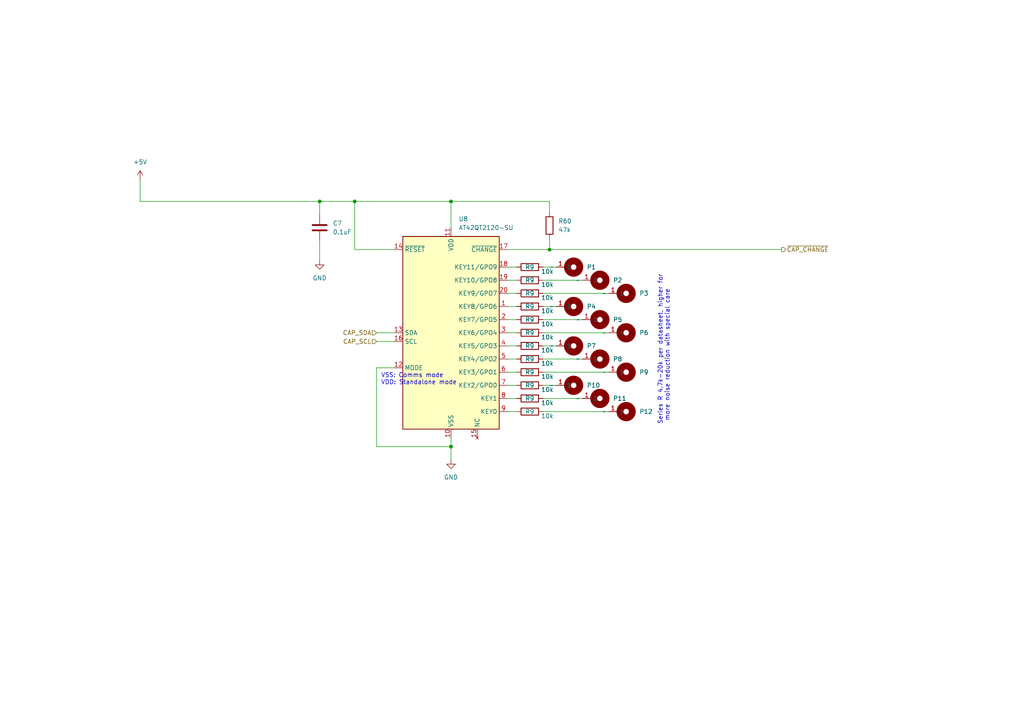
<source format=kicad_sch>
(kicad_sch (version 20230121) (generator eeschema)
  (paper "A4")
  (lib_symbols
    (symbol "Device:C" (pin_numbers hide) (pin_names (offset 0.254))
      (property "Reference" "C" (at 0.635 2.54 0))
      (property "Value" "C" (at 0.635 -2.54 0))
      (symbol "C_0_1"
        (polyline (pts (xy -2.032 -0.762) (xy 2.032 -0.762)) (stroke (width 0.508)))
        (polyline (pts (xy -2.032 0.762) (xy 2.032 0.762)) (stroke (width 0.508)))
      )
      (symbol "C_1_1"
        (pin passive line (at 0 3.81 270) (length 2.794) (name "~") (number "1"))
        (pin passive line (at 0 -3.81 90) (length 2.794) (name "~") (number "2"))
      )
    )
    (symbol "Device:R" (pin_numbers hide) (pin_names (offset 0))
      (property "Reference" "R" (at 2.032 0 90))
      (property "Value" "R" (at 0 0 90))
      (symbol "R_0_1"
        (rectangle (start -1.016 -2.54) (end 1.016 2.54) (stroke (width 0.254)))
      )
      (symbol "R_1_1"
        (pin passive line (at 0 3.81 270) (length 1.27) (name "~") (number "1"))
        (pin passive line (at 0 -3.81 90) (length 1.27) (name "~") (number "2"))
      )
    )
    (symbol "Sensor_Touch:AT42QT2120-SU"
      (property "Reference" "U" (at 10.16 38.1 0))
      (property "Value" "AT42QT2120-SU" (at 15.24 -16.51 0))
      (symbol "AT42QT2120-SU_1_1"
        (rectangle (start 13.97 40.64) (end 41.91 -15.24) (stroke (width 0.254)) (fill (type background)))
        (pin bidirectional line (at 44.45 20.32 180) (length 2.54) (name "KEY8/GPO6") (number "1"))
        (pin power_in line (at 27.94 -17.78 90) (length 2.54) (name "VSS") (number "10"))
        (pin power_in line (at 27.94 43.18 270) (length 2.54) (name "VDD") (number "11"))
        (pin input line (at 11.43 2.54 0) (length 2.54) (name "MODE") (number "12"))
        (pin bidirectional line (at 11.43 12.7 0) (length 2.54) (name "SDA") (number "13"))
        (pin input line (at 11.43 36.83 0) (length 2.54) (name "~{RESET}") (number "14"))
        (pin no_connect line (at 35.56 -17.78 90) (length 2.54) (name "NC") (number "15"))
        (pin bidirectional line (at 11.43 10.16 0) (length 2.54) (name "SCL") (number "16"))
        (pin output line (at 44.45 36.83 180) (length 2.54) (name "~{CHANGE}") (number "17"))
        (pin bidirectional line (at 44.45 31.75 180) (length 2.54) (name "KEY11/GPO9") (number "18"))
        (pin bidirectional line (at 44.45 27.94 180) (length 2.54) (name "KEY10/GPO8") (number "19"))
        (pin bidirectional line (at 44.45 16.51 180) (length 2.54) (name "KEY7/GPO5") (number "2"))
        (pin bidirectional line (at 44.45 24.13 180) (length 2.54) (name "KEY9/GPO7") (number "20"))
        (pin bidirectional line (at 44.45 12.7 180) (length 2.54) (name "KEY6/GPO4") (number "3"))
        (pin bidirectional line (at 44.45 8.89 180) (length 2.54) (name "KEY5/GPO3") (number "4"))
        (pin bidirectional line (at 44.45 5.08 180) (length 2.54) (name "KEY4/GPO2") (number "5"))
        (pin bidirectional line (at 44.45 1.27 180) (length 2.54) (name "KEY3/GPO1") (number "6"))
        (pin bidirectional line (at 44.45 -2.54 180) (length 2.54) (name "KEY2/GPO0") (number "7"))
        (pin bidirectional line (at 44.45 -6.35 180) (length 2.54) (name "KEY1") (number "8"))
        (pin bidirectional line (at 44.45 -10.16 180) (length 2.54) (name "KEY0") (number "9"))
      )
    )
    (symbol "Sensor_Touch:Single_LED_Touch_Key"
      (property "Reference" "P" (at 2.54 3.81 0))
      (symbol "Single_LED_Touch_Key_1_1"
        (circle (center 0 0) (radius 1.7961) (stroke (width 2)))
        (pin bidirectional line (at -5.08 0 0) (length 2.54) (name "1") (number "1"))
      )
    )
    (symbol "power:+5V" (power) (pin_names (offset 0))
      (property "Value" "+5V" (at 0 3.556 0))
      (symbol "+5V_0_1"
        (polyline (pts (xy -0.762 1.27) (xy 0 2.54)))
        (polyline (pts (xy 0 0) (xy 0 2.54)))
        (polyline (pts (xy 0 2.54) (xy 0.762 1.27)))
      )
      (symbol "+5V_1_1"
        (pin power_in line (at 0 0 90) (length 0) hide (name "+5V") (number "1"))
      )
    )
    (symbol "power:GND" (power) (pin_names (offset 0))
      (property "Value" "GND" (at 0 -3.81 0))
      (symbol "GND_0_1"
        (polyline (pts (xy 0 0) (xy 0 -1.27) (xy 1.27 -1.27) (xy 0 -2.54) (xy -1.27 -1.27) (xy 0 -1.27)))
      )
      (symbol "GND_1_1"
        (pin power_in line (at 0 0 270) (length 0) hide (name "GND") (number "1"))
      )
    )
  )
  (junction (at 92.71 58.42))
  (junction (at 130.81 129.54))
  (junction (at 130.81 58.42))
  (junction (at 159.385 72.39))
  (junction (at 102.87 58.42))
  (wire (pts (xy 92.71 69.85) (xy 92.71 75.565)))
  (wire (pts (xy 147.32 81.28) (xy 149.86 81.28)))
  (wire (pts (xy 157.48 115.57) (xy 168.91 115.57)))
  (wire (pts (xy 130.81 66.04) (xy 130.81 58.42)))
  (wire (pts (xy 147.32 92.71) (xy 149.86 92.71)))
  (wire (pts (xy 92.71 58.42) (xy 92.71 62.23)))
  (wire (pts (xy 102.87 72.39) (xy 114.3 72.39)))
  (wire (pts (xy 157.48 96.52) (xy 176.53 96.52)))
  (wire (pts (xy 147.32 77.47) (xy 149.86 77.47)))
  (wire (pts (xy 109.22 106.68) (xy 109.22 129.54)))
  (wire (pts (xy 40.64 58.42) (xy 92.71 58.42)))
  (wire (pts (xy 147.32 85.09) (xy 149.86 85.09)))
  (wire (pts (xy 109.22 99.06) (xy 114.3 99.06)))
  (wire (pts (xy 109.22 96.52) (xy 114.3 96.52)))
  (wire (pts (xy 147.32 88.9) (xy 149.86 88.9)))
  (wire (pts (xy 157.48 111.76) (xy 161.29 111.76)))
  (wire (pts (xy 157.48 119.38) (xy 176.53 119.38)))
  (wire (pts (xy 40.64 52.07) (xy 40.64 58.42)))
  (wire (pts (xy 159.385 69.215) (xy 159.385 72.39)))
  (wire (pts (xy 147.32 119.38) (xy 149.86 119.38)))
  (wire (pts (xy 102.87 58.42) (xy 102.87 72.39)))
  (wire (pts (xy 157.48 107.95) (xy 176.53 107.95)))
  (wire (pts (xy 109.22 129.54) (xy 130.81 129.54)))
  (wire (pts (xy 114.3 106.68) (xy 109.22 106.68)))
  (wire (pts (xy 92.71 58.42) (xy 102.87 58.42)))
  (wire (pts (xy 159.385 58.42) (xy 159.385 61.595)))
  (wire (pts (xy 147.32 107.95) (xy 149.86 107.95)))
  (wire (pts (xy 102.87 58.42) (xy 130.81 58.42)))
  (wire (pts (xy 147.32 100.33) (xy 149.86 100.33)))
  (wire (pts (xy 147.32 72.39) (xy 159.385 72.39)))
  (wire (pts (xy 157.48 104.14) (xy 168.91 104.14)))
  (wire (pts (xy 147.32 111.76) (xy 149.86 111.76)))
  (wire (pts (xy 159.385 72.39) (xy 226.695 72.39)))
  (wire (pts (xy 147.32 115.57) (xy 149.86 115.57)))
  (wire (pts (xy 157.48 85.09) (xy 176.53 85.09)))
  (wire (pts (xy 157.48 81.28) (xy 168.91 81.28)))
  (wire (pts (xy 157.48 88.9) (xy 161.29 88.9)))
  (wire (pts (xy 157.48 100.33) (xy 161.29 100.33)))
  (wire (pts (xy 157.48 77.47) (xy 161.29 77.47)))
  (wire (pts (xy 130.81 129.54) (xy 130.81 133.35)))
  (wire (pts (xy 147.32 96.52) (xy 149.86 96.52)))
  (wire (pts (xy 157.48 92.71) (xy 168.91 92.71)))
  (wire (pts (xy 130.81 58.42) (xy 159.385 58.42)))
  (wire (pts (xy 130.81 127) (xy 130.81 129.54)))
  (wire (pts (xy 147.32 104.14) (xy 149.86 104.14)))
  (text "Series R 4.7k-20k per datasheet, higher for\n more noise reduction with special care" (at 194.31 123.19 90) (effects (font (size 1.27 1.27)) (justify left bottom)))
  (text "VSS: Comms mode\nVDD: Standalone mode" (at 110.49 111.76 0) (effects (font (size 1.27 1.27)) (justify left bottom)))
  (hierarchical_label "CAP_SDA" (shape input) (at 109.22 96.52 180))
  (hierarchical_label "~{CAP_CHANGE}" (shape output) (at 226.695 72.39 0))
  (hierarchical_label "CAP_SCL" (shape input) (at 109.22 99.06 180))
  (symbol (lib_id "Sensor_Touch:Single_LED_Touch_Key") (at 181.61 85.09 0) (unit 1)
    (property "Reference" "P3" (at 185.42 85.09 0) (effects (justify left)))
    (property "Value" "~" (at 175.26 85.09 0))
    (property "Footprint" "Button_Switch_SMD:Cap_Touch_Ring_Large" (effects hide))
    (instances (project "button-board" (path "" (reference "P3") (unit 1)) (path "" (reference "P15") (unit 1)) (path "" (reference "P27") (unit 1)) (path "" (reference "P15") (unit 1)) (path "" (reference "P21") (unit 1))))
  )
  (symbol (lib_id "Device:R") (at 153.67 85.09 90) (unit 1)
    (property "Reference" "R9" (at 153.67 85.09 90))
    (property "Value" "10k" (at 158.75 86.36 90))
    (property "Footprint" "Resistor_SMD:R_0603_1608Metric" (effects hide))
    (instances (project "button-board" (path "" (reference "R9") (unit 1)) (path "" (reference "R119") (unit 1)) (path "" (reference "R7") (unit 1)) (path "" (reference "R42") (unit 1)) (path "" (reference "R111") (unit 1)) (path "" (reference "R43") (unit 1))))
  )
  (symbol (lib_id "Device:R") (at 153.67 77.47 90) (unit 1)
    (property "Reference" "R9" (at 153.67 77.47 90))
    (property "Value" "10k" (at 158.75 78.74 90))
    (property "Footprint" "Resistor_SMD:R_0603_1608Metric" (effects hide))
    (instances (project "button-board" (path "" (reference "R9") (unit 1)) (path "" (reference "R73") (unit 1)) (path "" (reference "R5") (unit 1)) (path "" (reference "R32") (unit 1)) (path "" (reference "R109") (unit 1)) (path "" (reference "R33") (unit 1))))
  )
  (symbol (lib_id "Sensor_Touch:Single_LED_Touch_Key") (at 181.61 107.95 0) (unit 1)
    (property "Reference" "P9" (at 185.42 107.95 0) (effects (justify left)))
    (property "Value" "~" (at 175.26 107.95 0))
    (property "Footprint" "Button_Switch_SMD:Cap_Touch_Ring_Medium_Bottom" (effects hide))
    (instances (project "button-board" (path "" (reference "P9") (unit 1)) (path "" (reference "P21") (unit 1)) (path "" (reference "P33") (unit 1)) (path "" (reference "P21") (unit 1)) (path "" (reference "P23") (unit 1))))
  )
  (symbol (lib_id "power:+5V") (at 40.64 52.07 0) (unit 1)
    (property "Reference" "#PWR03" (effects hide))
    (property "Value" "+5V" (at 40.64 46.99 0))
    (instances (project "button-board" (path "" (reference "#PWR03") (unit 1)) (path "" (reference "#PWR03") (unit 1)) (path "" (reference "#PWR06") (unit 1)) (path "" (reference "#PWR010") (unit 1)) (path "" (reference "#PWR031") (unit 1)) (path "" (reference "#PWR010") (unit 1))))
  )
  (symbol (lib_id "Sensor_Touch:Single_LED_Touch_Key") (at 173.99 104.14 0) (unit 1)
    (property "Reference" "P8" (at 177.8 104.14 0) (effects (justify left)))
    (property "Value" "~" (at 167.64 104.14 0))
    (property "Footprint" "Button_Switch_SMD:Cap_Touch_Ring_Medium_Bottom" (effects hide))
    (instances (project "button-board" (path "" (reference "P8") (unit 1)) (path "" (reference "P20") (unit 1)) (path "" (reference "P32") (unit 1)) (path "" (reference "P20") (unit 1)) (path "" (reference "P19") (unit 1))))
  )
  (symbol (lib_id "Sensor_Touch:Single_LED_Touch_Key") (at 173.99 92.71 0) (unit 1)
    (property "Reference" "P5" (at 177.8 92.71 0) (effects (justify left)))
    (property "Value" "~" (at 167.64 92.71 0))
    (property "Footprint" "Button_Switch_SMD:Cap_Touch_Ring_Large" (effects hide))
    (instances (project "button-board" (path "" (reference "P5") (unit 1)) (path "" (reference "P17") (unit 1)) (path "" (reference "P29") (unit 1)) (path "" (reference "P17") (unit 1)) (path "" (reference "P18") (unit 1))))
  )
  (symbol (lib_id "Sensor_Touch:Single_LED_Touch_Key") (at 166.37 88.9 0) (unit 1)
    (property "Reference" "P4" (at 170.18 88.9 0) (effects (justify left)))
    (property "Value" "~" (at 160.02 88.9 0))
    (property "Footprint" "Button_Switch_SMD:Cap_Touch_Ring_Large" (effects hide))
    (instances (project "button-board" (path "" (reference "P4") (unit 1)) (path "" (reference "P16") (unit 1)) (path "" (reference "P28") (unit 1)) (path "" (reference "P16") (unit 1)) (path "" (reference "P14") (unit 1))))
  )
  (symbol (lib_id "Device:C") (at 92.71 66.04 0) (unit 1)
    (property "Reference" "C7" (at 96.52 64.77 0) (effects (justify left)))
    (property "Value" "0.1uF" (at 96.52 67.31 0) (effects (justify left)))
    (property "Footprint" "Capacitor_SMD:C_0603_1608Metric" (effects hide))
    (instances (project "button-board" (path "" (reference "C7") (unit 1)) (path "" (reference "C11") (unit 1)) (path "" (reference "C15") (unit 1)) (path "" (reference "C17") (unit 1)) (path "" (reference "C18") (unit 1))))
  )
  (symbol (lib_id "Sensor_Touch:AT42QT2120-SU") (at 102.87 109.22 0) (unit 1)
    (property "Reference" "U8" (at 133.0041 63.5 0) (effects (justify left)))
    (property "Value" "AT42QT2120-SU" (at 133.0041 66.04 0) (effects (justify left)))
    (property "Footprint" "Package_SO:TSSOP-20_4.4x6.5mm_P0.65mm" (effects hide))
    (instances (project "button-board" (path "" (reference "U8") (unit 1)) (path "" (reference "U2") (unit 1)) (path "" (reference "U3") (unit 1)) (path "" (reference "U5") (unit 1)) (path "" (reference "U11") (unit 1)) (path "" (reference "U5") (unit 1))))
  )
  (symbol (lib_id "Sensor_Touch:Single_LED_Touch_Key") (at 173.99 81.28 0) (unit 1)
    (property "Reference" "P2" (at 177.8 81.28 0) (effects (justify left)))
    (property "Value" "~" (at 167.64 81.28 0))
    (property "Footprint" "Button_Switch_SMD:Cap_Touch_Ring_Large" (effects hide))
    (instances (project "button-board" (path "" (reference "P2") (unit 1)) (path "" (reference "P14") (unit 1)) (path "" (reference "P26") (unit 1)) (path "" (reference "P14") (unit 1)) (path "" (reference "P17") (unit 1))))
  )
  (symbol (lib_id "Sensor_Touch:Single_LED_Touch_Key") (at 173.99 115.57 0) (unit 1)
    (property "Reference" "P11" (at 177.8 115.57 0) (effects (justify left)))
    (property "Value" "~" (at 167.64 115.57 0))
    (property "Footprint" "Button_Switch_SMD:Cap_Touch_Ring_Medium_Bottom" (effects hide))
    (instances (project "button-board" (path "" (reference "P11") (unit 1)) (path "" (reference "P23") (unit 1)) (path "" (reference "P35") (unit 1)) (path "" (reference "P23") (unit 1)) (path "" (reference "P20") (unit 1))))
  )
  (symbol (lib_id "Sensor_Touch:Single_LED_Touch_Key") (at 166.37 77.47 0) (unit 1)
    (property "Reference" "P1" (at 170.18 77.47 0) (effects (justify left)))
    (property "Value" "~" (at 160.02 77.47 0))
    (property "Footprint" "Button_Switch_SMD:Cap_Touch_Ring_Large" (effects hide))
    (instances (project "button-board" (path "" (reference "P1") (unit 1)) (path "" (reference "P13") (unit 1)) (path "" (reference "P25") (unit 1)) (path "" (reference "P13") (unit 1)) (path "" (reference "P13") (unit 1))))
  )
  (symbol (lib_id "Sensor_Touch:Single_LED_Touch_Key") (at 166.37 100.33 0) (unit 1)
    (property "Reference" "P7" (at 170.18 100.33 0) (effects (justify left)))
    (property "Value" "~" (at 160.02 100.33 0))
    (property "Footprint" "Button_Switch_SMD:Cap_Touch_Ring_Medium_Bottom" (effects hide))
    (instances (project "button-board" (path "" (reference "P7") (unit 1)) (path "" (reference "P19") (unit 1)) (path "" (reference "P31") (unit 1)) (path "" (reference "P19") (unit 1)) (path "" (reference "P15") (unit 1))))
  )
  (symbol (lib_id "Device:R") (at 153.67 104.14 90) (unit 1)
    (property "Reference" "R9" (at 153.67 104.14 90))
    (property "Value" "10k" (at 158.75 105.41 90))
    (property "Footprint" "Resistor_SMD:R_0603_1608Metric" (effects hide))
    (instances (project "button-board" (path "" (reference "R9") (unit 1)) (path "" (reference "R132") (unit 1)) (path "" (reference "R12") (unit 1)) (path "" (reference "R48") (unit 1)) (path "" (reference "R116") (unit 1)) (path "" (reference "R51") (unit 1))))
  )
  (symbol (lib_id "Device:R") (at 153.67 119.38 90) (unit 1)
    (property "Reference" "R9" (at 153.67 119.38 90))
    (property "Value" "10k" (at 158.75 120.65 90))
    (property "Footprint" "Resistor_SMD:R_0603_1608Metric" (effects hide))
    (instances (project "button-board" (path "" (reference "R9") (unit 1)) (path "" (reference "R151") (unit 1)) (path "" (reference "R17") (unit 1)) (path "" (reference "R55") (unit 1)) (path "" (reference "R120") (unit 1)) (path "" (reference "R61") (unit 1))))
  )
  (symbol (lib_id "power:GND") (at 130.81 133.35 0) (unit 1)
    (property "Reference" "#PWR015" (effects hide))
    (property "Value" "GND" (at 130.81 138.43 0))
    (instances (project "button-board" (path "" (reference "#PWR015") (unit 1)) (path "" (reference "#PWR07") (unit 1)) (path "" (reference "#PWR011") (unit 1)) (path "" (reference "#PWR032") (unit 1)) (path "" (reference "#PWR011") (unit 1))))
  )
  (symbol (lib_id "Device:R") (at 153.67 81.28 90) (unit 1)
    (property "Reference" "R9" (at 153.67 81.28 90))
    (property "Value" "10k" (at 158.75 82.55 90))
    (property "Footprint" "Resistor_SMD:R_0603_1608Metric" (effects hide))
    (instances (project "button-board" (path "" (reference "R9") (unit 1)) (path "" (reference "R101") (unit 1)) (path "" (reference "R6") (unit 1)) (path "" (reference "R33") (unit 1)) (path "" (reference "R110") (unit 1)) (path "" (reference "R42") (unit 1))))
  )
  (symbol (lib_id "Device:R") (at 153.67 107.95 90) (unit 1)
    (property "Reference" "R9" (at 153.67 107.95 90))
    (property "Value" "10k" (at 158.75 109.22 90))
    (property "Footprint" "Resistor_SMD:R_0603_1608Metric" (effects hide))
    (instances (project "button-board" (path "" (reference "R9") (unit 1)) (path "" (reference "R133") (unit 1)) (path "" (reference "R14") (unit 1)) (path "" (reference "R51") (unit 1)) (path "" (reference "R117") (unit 1)) (path "" (reference "R52") (unit 1))))
  )
  (symbol (lib_id "Device:R") (at 153.67 100.33 90) (unit 1)
    (property "Reference" "R9" (at 153.67 100.33 90))
    (property "Value" "10k" (at 158.75 101.6 90))
    (property "Footprint" "Resistor_SMD:R_0603_1608Metric" (effects hide))
    (instances (project "button-board" (path "" (reference "R9") (unit 1)) (path "" (reference "R131") (unit 1)) (path "" (reference "R11") (unit 1)) (path "" (reference "R46") (unit 1)) (path "" (reference "R115") (unit 1)) (path "" (reference "R48") (unit 1))))
  )
  (symbol (lib_id "Sensor_Touch:Single_LED_Touch_Key") (at 166.37 111.76 0) (unit 1)
    (property "Reference" "P10" (at 170.18 111.76 0) (effects (justify left)))
    (property "Value" "~" (at 160.02 111.76 0))
    (property "Footprint" "Button_Switch_SMD:Cap_Touch_Ring_Medium_Bottom" (effects hide))
    (instances (project "button-board" (path "" (reference "P10") (unit 1)) (path "" (reference "P22") (unit 1)) (path "" (reference "P34") (unit 1)) (path "" (reference "P22") (unit 1)) (path "" (reference "P16") (unit 1))))
  )
  (symbol (lib_id "Device:R") (at 153.67 115.57 90) (unit 1)
    (property "Reference" "R9" (at 153.67 115.57 90))
    (property "Value" "10k" (at 158.75 116.84 90))
    (property "Footprint" "Resistor_SMD:R_0603_1608Metric" (effects hide))
    (instances (project "button-board" (path "" (reference "R9") (unit 1)) (path "" (reference "R150") (unit 1)) (path "" (reference "R16") (unit 1)) (path "" (reference "R54") (unit 1)) (path "" (reference "R119") (unit 1)) (path "" (reference "R55") (unit 1))))
  )
  (symbol (lib_id "Device:R") (at 153.67 88.9 90) (unit 1)
    (property "Reference" "R9" (at 153.67 88.9 90))
    (property "Value" "10k" (at 158.75 90.17 90))
    (property "Footprint" "Resistor_SMD:R_0603_1608Metric" (effects hide))
    (instances (project "button-board" (path "" (reference "R9") (unit 1)) (path "" (reference "R107") (unit 1)) (path "" (reference "R8") (unit 1)) (path "" (reference "R43") (unit 1)) (path "" (reference "R112") (unit 1)) (path "" (reference "R44") (unit 1))))
  )
  (symbol (lib_id "Sensor_Touch:Single_LED_Touch_Key") (at 181.61 96.52 0) (unit 1)
    (property "Reference" "P6" (at 185.42 96.52 0) (effects (justify left)))
    (property "Value" "~" (at 175.26 96.52 0))
    (property "Footprint" "Button_Switch_SMD:Cap_Touch_Ring_Large" (effects hide))
    (instances (project "button-board" (path "" (reference "P6") (unit 1)) (path "" (reference "P18") (unit 1)) (path "" (reference "P30") (unit 1)) (path "" (reference "P18") (unit 1)) (path "" (reference "P22") (unit 1))))
  )
  (symbol (lib_id "Device:R") (at 153.67 111.76 90) (unit 1)
    (property "Reference" "R9" (at 153.67 111.76 90))
    (property "Value" "10k" (at 158.75 113.03 90))
    (property "Footprint" "Resistor_SMD:R_0603_1608Metric" (effects hide))
    (instances (project "button-board" (path "" (reference "R9") (unit 1)) (path "" (reference "R149") (unit 1)) (path "" (reference "R15") (unit 1)) (path "" (reference "R52") (unit 1)) (path "" (reference "R118") (unit 1)) (path "" (reference "R54") (unit 1))))
  )
  (symbol (lib_id "Device:R") (at 153.67 92.71 90) (unit 1)
    (property "Reference" "R9" (at 153.67 92.71 90))
    (property "Value" "10k" (at 158.75 93.98 90))
    (property "Footprint" "Resistor_SMD:R_0603_1608Metric" (effects hide))
    (instances (project "button-board" (path "" (reference "R9") (unit 1)) (path "" (reference "R108") (unit 1)) (path "" (reference "R9") (unit 1)) (path "" (reference "R44") (unit 1)) (path "" (reference "R113") (unit 1)) (path "" (reference "R45") (unit 1))))
  )
  (symbol (lib_id "power:GND") (at 92.71 75.565 0) (unit 1)
    (property "Reference" "#PWR07" (effects hide))
    (property "Value" "GND" (at 92.71 80.645 0))
    (instances (project "button-board" (path "" (reference "#PWR07") (unit 1)) (path "" (reference "#PWR011") (unit 1)) (path "" (reference "#PWR04") (unit 1)) (path "" (reference "#PWR041") (unit 1)) (path "" (reference "#PWR042") (unit 1))))
  )
  (symbol (lib_id "Sensor_Touch:Single_LED_Touch_Key") (at 181.61 119.38 0) (unit 1)
    (property "Reference" "P12" (at 185.42 119.38 0) (effects (justify left)))
    (property "Value" "~" (at 175.26 119.38 0))
    (property "Footprint" "Button_Switch_SMD:Cap_Touch_Ring_Medium_Bottom" (effects hide))
    (instances (project "button-board" (path "" (reference "P12") (unit 1)) (path "" (reference "P24") (unit 1)) (path "" (reference "P36") (unit 1)) (path "" (reference "P24") (unit 1)) (path "" (reference "P24") (unit 1))))
  )
  (symbol (lib_id "Device:R") (at 159.385 65.405 0) (unit 1)
    (property "Reference" "R60" (at 161.925 64.135 0) (effects (justify left)))
    (property "Value" "47k" (at 161.925 66.675 0) (effects (justify left)))
    (property "Footprint" "Resistor_SMD:R_0603_1608Metric" (effects hide))
    (instances (project "button-board" (path "" (reference "R60") (unit 1)) (path "" (reference "R62") (unit 1)) (path "" (reference "R121") (unit 1)) (path "" (reference "R62") (unit 1))))
  )
  (symbol (lib_id "Device:R") (at 153.67 96.52 90) (unit 1)
    (property "Reference" "R9" (at 153.67 96.52 90))
    (property "Value" "10k" (at 158.75 97.79 90))
    (property "Footprint" "Resistor_SMD:R_0603_1608Metric" (effects hide))
    (instances (project "button-board" (path "" (reference "R9") (unit 1)) (path "" (reference "R109") (unit 1)) (path "" (reference "R10") (unit 1)) (path "" (reference "R45") (unit 1)) (path "" (reference "R114") (unit 1)) (path "" (reference "R46") (unit 1))))
  )
)
</source>
